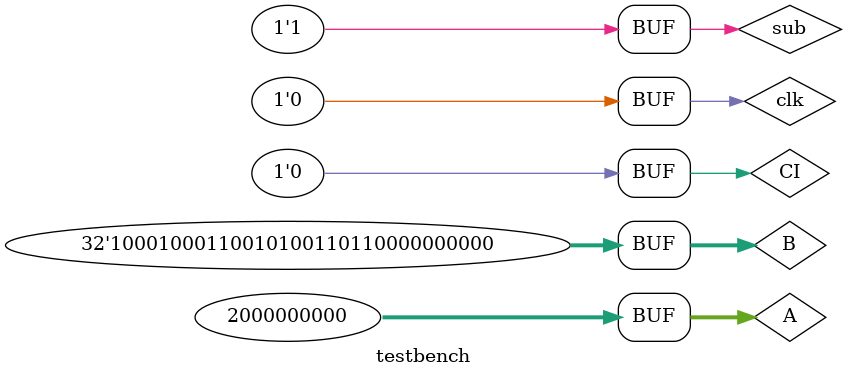
<source format=v>
`timescale 1ns / 1ps


module testbench();
    parameter n=32;
    reg [n-1:0] A,B;
    wire [n-1:0] S;
    reg CI,sub;
    wire overflow;
    reg clk=0;
    wire CO;
    FullAdder32 now(A,B,S,CI,sub,CO,overflow);
    initial begin
        A=89;B=70;CI=1'b0;sub=1'b0;
        #30 A=20;B=20;
        #50 A=160;B=200;
        #50 sub=1;
        #50 A=3000;B=1250;sub=1;
        #50 A=2000000000;B=-2000000000;
    end
endmodule

</source>
